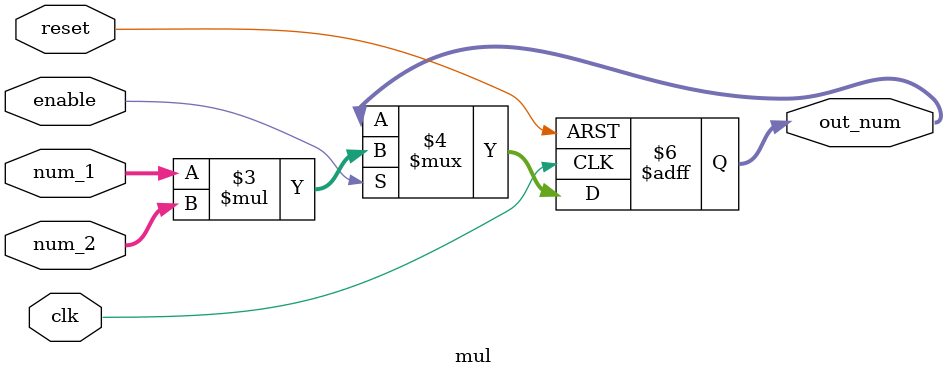
<source format=v>
`timescale 1ns / 1ps
`ifndef num_width
    `define num_width 8
    `endif 
`ifndef high_val
    `define high_val 1'b1
    `endif 
`ifndef low_val    
    `define low_val 1'b0
    `endif 

module mul (	
            input clk, reset, enable,
			input [`num_width-1 :0]num_1, num_2,
			output reg [2*`num_width - 1 :0] out_num
			);
				
// Multiply
parameter word_length = 2* `num_width;


always@(posedge clk, negedge reset)
    begin
        if (!reset)
            out_num <={word_length{`low_val}};
        else if (enable)
            out_num <= num_1 * num_2;
        end            
				
endmodule

</source>
